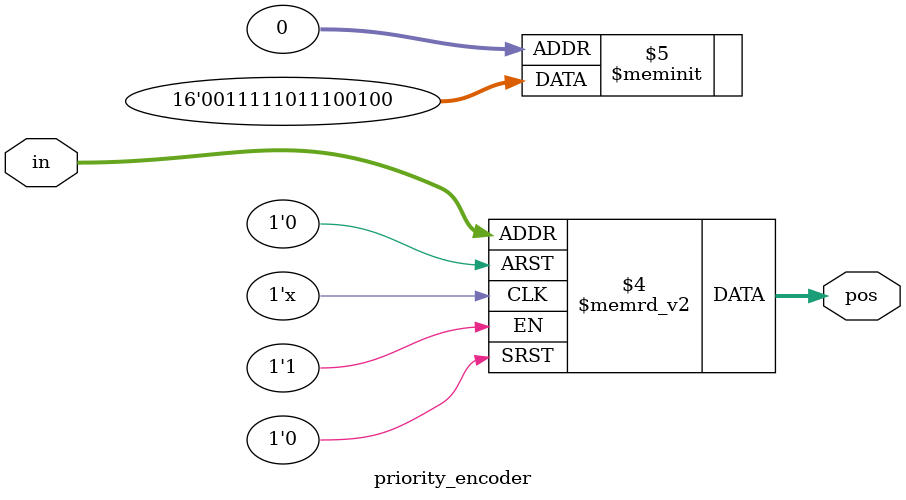
<source format=v>
module priority_encoder( 
input [2:0] in,
output reg [1:0] pos ); 
// When sel=1, assign b to out
always @(*)
begin
case(in)
3'b000: pos = 2'b00;
3'b001: pos = 2'b01;
3'b010: pos = 2'b10;
3'b011: pos = 2'b11;
3'b100: pos = 2'b10;
3'b101: pos = 2'b11;
3'b110: pos = 2'b11;
3'b111: pos = 2'b00;
default: pos = 2'b00;
endcase
end
endmodule

</source>
